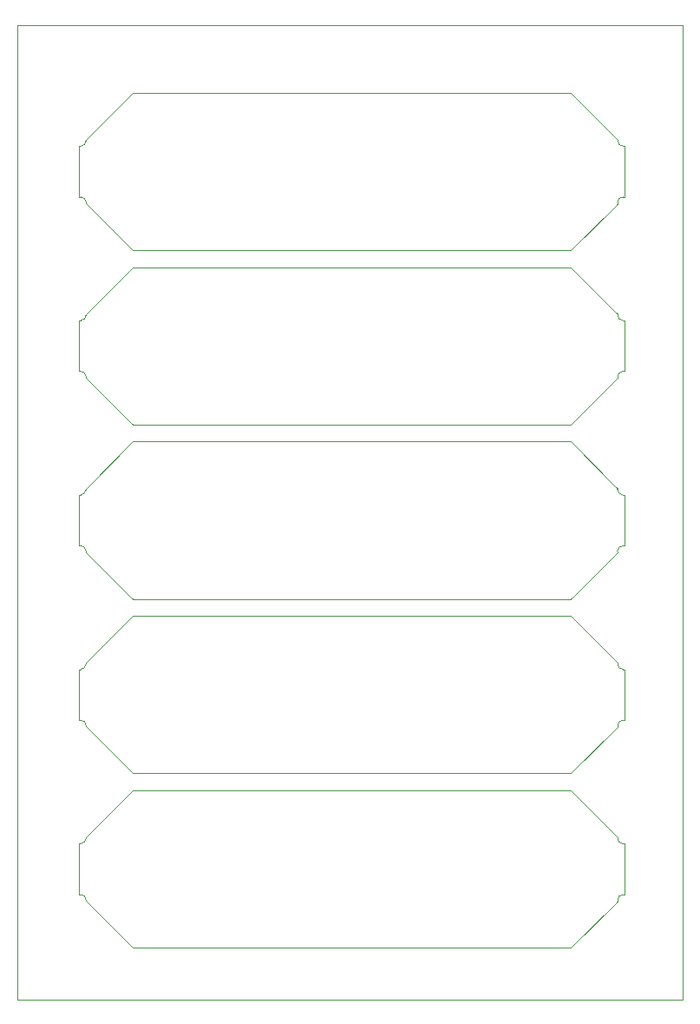
<source format=gko>
G04*
G04 #@! TF.GenerationSoftware,Altium Limited,Altium Designer,25.5.2 (35)*
G04*
G04 Layer_Color=16711935*
%FSLAX44Y44*%
%MOMM*%
G71*
G04*
G04 #@! TF.SameCoordinates,67B56F09-9997-41D6-AB2B-D5ECDE41145E*
G04*
G04*
G04 #@! TF.FilePolarity,Positive*
G04*
G01*
G75*
%ADD36C,0.0500*%
%ADD58C,0.0500*%
D36*
X400000Y550000D02*
Y1500000D01*
X1050000D01*
Y550000D02*
Y1500000D01*
X400000Y550000D02*
X1050000D01*
X986268Y646096D02*
G03*
X986271Y646099I-174J180D01*
G01*
X993504Y701753D02*
X993504Y701754D01*
X986271Y707088D02*
G03*
X991605Y701754I5334J0D01*
G01*
Y652254D02*
G03*
X986271Y646920I0J-5334D01*
G01*
X467486Y646920D02*
G03*
X462152Y652254I-5334J0D01*
G01*
Y701754D02*
G03*
X467486Y707088I0J5334D01*
G01*
X940747Y753683D02*
G03*
X940572Y753754I-175J-179D01*
G01*
X940751Y753679D02*
G03*
X940747Y753683I-179J-175D01*
G01*
X940749Y753681D02*
G03*
X940572Y753754I-177J-177D01*
G01*
X940747Y600325D02*
G03*
X940751Y600329I-175J179D01*
G01*
X940572Y600254D02*
G03*
X940747Y600325I0J250D01*
G01*
X940572Y600254D02*
G03*
X940749Y600327I0J250D01*
G01*
X513259Y600327D02*
G03*
X513435Y600254I177J177D01*
G01*
X513260Y600325D02*
G03*
X513435Y600254I175J179D01*
G01*
X513257Y600329D02*
G03*
X513260Y600325I179J175D01*
G01*
X513257Y753679D02*
X513332Y753754D01*
X513435D01*
X986271Y707909D02*
Y708159D01*
X984840Y709590D02*
X986271Y708159D01*
Y645849D02*
Y646099D01*
X985090Y644668D02*
X986271Y645849D01*
X986268Y646096D02*
X986271Y646099D01*
X993504Y667004D02*
Y687004D01*
Y701754D01*
X991605Y701754D02*
X993504D01*
X986271Y707088D02*
Y707909D01*
Y646099D02*
Y646920D01*
X991605Y652254D02*
X993504D01*
X993504Y652255D02*
Y667004D01*
X460254Y652255D02*
Y667004D01*
X460254Y652254D02*
X462152D01*
X467486Y646100D02*
Y646920D01*
Y707088D02*
Y707909D01*
X460254Y701754D02*
X462152D01*
X460254Y687004D02*
Y701754D01*
X940747Y753683D02*
X940749Y753681D01*
X940751Y753679D01*
X984840Y709590D01*
X940751Y600329D02*
X985090Y644668D01*
X940749Y600327D02*
X940751Y600329D01*
X940747Y600325D02*
X940749Y600327D01*
X513435Y753754D02*
X940572Y753754D01*
X467486Y707909D02*
X513257Y753679D01*
X460254Y667004D02*
Y687004D01*
X513435Y600254D02*
X940572Y600254D01*
X467489Y646097D02*
X513257Y600329D01*
X513259Y600327D01*
X513260Y600325D01*
X986268Y816096D02*
G03*
X986271Y816099I-174J180D01*
G01*
X993504Y871753D02*
X993504Y871754D01*
X986271Y877088D02*
G03*
X991605Y871754I5334J0D01*
G01*
Y822254D02*
G03*
X986271Y816920I0J-5334D01*
G01*
X467486Y816920D02*
G03*
X462152Y822254I-5334J0D01*
G01*
Y871754D02*
G03*
X467486Y877088I0J5334D01*
G01*
X940747Y923683D02*
G03*
X940572Y923754I-175J-179D01*
G01*
X940751Y923679D02*
G03*
X940747Y923683I-179J-175D01*
G01*
X940749Y923681D02*
G03*
X940572Y923754I-177J-177D01*
G01*
X940747Y770325D02*
G03*
X940751Y770329I-175J179D01*
G01*
X940572Y770254D02*
G03*
X940747Y770325I0J250D01*
G01*
X940572Y770254D02*
G03*
X940749Y770327I0J250D01*
G01*
X513259Y770327D02*
G03*
X513435Y770254I177J177D01*
G01*
X513260Y770325D02*
G03*
X513435Y770254I175J179D01*
G01*
X513257Y770329D02*
G03*
X513260Y770325I179J175D01*
G01*
X513257Y923679D02*
X513332Y923754D01*
X513435D01*
X986271Y877909D02*
Y878159D01*
X984840Y879590D02*
X986271Y878159D01*
Y815849D02*
Y816099D01*
X985090Y814668D02*
X986271Y815849D01*
X986268Y816096D02*
X986271Y816099D01*
X993504Y837004D02*
Y857004D01*
Y871754D01*
X991605Y871754D02*
X993504D01*
X986271Y877088D02*
Y877909D01*
Y816099D02*
Y816920D01*
X991605Y822254D02*
X993504D01*
X993504Y822255D02*
Y837004D01*
X460254Y822255D02*
Y837004D01*
X460254Y822254D02*
X462152D01*
X467486Y816100D02*
Y816920D01*
Y877088D02*
Y877909D01*
X460254Y871754D02*
X462152D01*
X460254Y857004D02*
Y871754D01*
X940747Y923683D02*
X940749Y923681D01*
X940751Y923679D01*
X984840Y879590D01*
X940751Y770329D02*
X985090Y814668D01*
X940749Y770327D02*
X940751Y770329D01*
X940747Y770325D02*
X940749Y770327D01*
X513435Y923754D02*
X940572Y923754D01*
X467486Y877909D02*
X513257Y923679D01*
X460254Y837004D02*
Y857004D01*
X513435Y770254D02*
X940572Y770254D01*
X467489Y816097D02*
X513257Y770329D01*
X513259Y770327D01*
X513260Y770325D01*
X986268Y986096D02*
G03*
X986271Y986099I-174J180D01*
G01*
X993504Y1041753D02*
X993504Y1041754D01*
X986271Y1047088D02*
G03*
X991605Y1041754I5334J0D01*
G01*
Y992254D02*
G03*
X986271Y986920I0J-5334D01*
G01*
X467486Y986920D02*
G03*
X462152Y992254I-5334J0D01*
G01*
Y1041754D02*
G03*
X467486Y1047088I0J5334D01*
G01*
X940747Y1093683D02*
G03*
X940572Y1093754I-175J-179D01*
G01*
X940751Y1093679D02*
G03*
X940747Y1093683I-179J-175D01*
G01*
X940749Y1093681D02*
G03*
X940572Y1093754I-177J-177D01*
G01*
X940747Y940325D02*
G03*
X940751Y940329I-175J179D01*
G01*
X940572Y940254D02*
G03*
X940747Y940325I0J250D01*
G01*
X940572Y940254D02*
G03*
X940749Y940327I0J250D01*
G01*
X513259Y940327D02*
G03*
X513435Y940254I177J177D01*
G01*
X513260Y940325D02*
G03*
X513435Y940254I175J179D01*
G01*
X513257Y940329D02*
G03*
X513260Y940325I179J175D01*
G01*
X513257Y1093679D02*
X513332Y1093754D01*
X513435D01*
X986271Y1047909D02*
Y1048159D01*
X984840Y1049590D02*
X986271Y1048159D01*
Y985849D02*
Y986099D01*
X985090Y984668D02*
X986271Y985849D01*
X986268Y986096D02*
X986271Y986099D01*
X993504Y1007004D02*
Y1027004D01*
Y1041754D01*
X991605Y1041754D02*
X993504D01*
X986271Y1047088D02*
Y1047909D01*
Y986099D02*
Y986920D01*
X991605Y992254D02*
X993504D01*
X993504Y992255D02*
Y1007004D01*
X460254Y992255D02*
Y1007004D01*
X460254Y992254D02*
X462152D01*
X467486Y986100D02*
Y986920D01*
Y1047088D02*
Y1047909D01*
X460254Y1041754D02*
X462152D01*
X460254Y1027004D02*
Y1041754D01*
X940747Y1093683D02*
X940749Y1093681D01*
X940751Y1093679D01*
X984840Y1049590D01*
X940751Y940329D02*
X985090Y984668D01*
X940749Y940327D02*
X940751Y940329D01*
X940747Y940325D02*
X940749Y940327D01*
X513435Y1093754D02*
X940572Y1093754D01*
X467486Y1047909D02*
X513257Y1093679D01*
X460254Y1007004D02*
Y1027004D01*
X513435Y940254D02*
X940572Y940254D01*
X467489Y986097D02*
X513257Y940329D01*
X513259Y940327D01*
X513260Y940325D01*
X986268Y1156096D02*
G03*
X986271Y1156099I-174J180D01*
G01*
X993504Y1211753D02*
X993504Y1211754D01*
X986271Y1217088D02*
G03*
X991605Y1211754I5334J0D01*
G01*
Y1162254D02*
G03*
X986271Y1156920I0J-5334D01*
G01*
X467486Y1156920D02*
G03*
X462152Y1162254I-5334J0D01*
G01*
Y1211754D02*
G03*
X467486Y1217088I0J5334D01*
G01*
X940747Y1263683D02*
G03*
X940572Y1263754I-175J-179D01*
G01*
X940751Y1263679D02*
G03*
X940747Y1263683I-179J-175D01*
G01*
X940749Y1263681D02*
G03*
X940572Y1263754I-177J-177D01*
G01*
X940747Y1110325D02*
G03*
X940751Y1110329I-175J179D01*
G01*
X940572Y1110254D02*
G03*
X940747Y1110325I0J250D01*
G01*
X940572Y1110254D02*
G03*
X940749Y1110327I0J250D01*
G01*
X513259Y1110327D02*
G03*
X513435Y1110254I177J177D01*
G01*
X513260Y1110325D02*
G03*
X513435Y1110254I175J179D01*
G01*
X513257Y1110329D02*
G03*
X513260Y1110325I179J175D01*
G01*
X513257Y1263679D02*
X513332Y1263754D01*
X513435D01*
X986271Y1217909D02*
Y1218159D01*
X984840Y1219590D02*
X986271Y1218159D01*
Y1155849D02*
Y1156099D01*
X985090Y1154668D02*
X986271Y1155849D01*
X986268Y1156096D02*
X986271Y1156099D01*
X993504Y1177004D02*
Y1197004D01*
Y1211754D01*
X991605Y1211754D02*
X993504D01*
X986271Y1217088D02*
Y1217909D01*
Y1156099D02*
Y1156920D01*
X991605Y1162254D02*
X993504D01*
X993504Y1162255D02*
Y1177004D01*
X460254Y1162255D02*
Y1177004D01*
X460254Y1162254D02*
X462152D01*
X467486Y1156099D02*
Y1156920D01*
Y1217088D02*
Y1217909D01*
X460254Y1211754D02*
X462152D01*
X460254Y1197004D02*
Y1211754D01*
X940747Y1263683D02*
X940749Y1263681D01*
X940751Y1263679D01*
X984840Y1219590D01*
X940751Y1110329D02*
X985090Y1154668D01*
X940749Y1110327D02*
X940751Y1110329D01*
X940747Y1110325D02*
X940749Y1110327D01*
X513435Y1263754D02*
X940572Y1263754D01*
X467486Y1217909D02*
X513257Y1263679D01*
X460254Y1177004D02*
Y1197004D01*
X513435Y1110254D02*
X940572Y1110254D01*
X467489Y1156096D02*
X513257Y1110329D01*
X513259Y1110327D01*
X513260Y1110325D01*
X986268Y1326096D02*
G03*
X986271Y1326099I-174J180D01*
G01*
X986271Y1387088D02*
G03*
X991605Y1381754I5334J0D01*
G01*
Y1332254D02*
G03*
X986271Y1326920I0J-5334D01*
G01*
X467486Y1326920D02*
G03*
X462152Y1332254I-5334J0D01*
G01*
Y1381754D02*
G03*
X467486Y1387088I0J5334D01*
G01*
X940747Y1433683D02*
G03*
X940572Y1433754I-175J-179D01*
G01*
X940751Y1433679D02*
G03*
X940747Y1433683I-179J-175D01*
G01*
X940749Y1433681D02*
G03*
X940572Y1433754I-177J-177D01*
G01*
X940747Y1280325D02*
G03*
X940751Y1280329I-175J179D01*
G01*
X940572Y1280254D02*
G03*
X940747Y1280325I0J250D01*
G01*
X940572Y1280254D02*
G03*
X940749Y1280327I0J250D01*
G01*
X513259Y1280327D02*
G03*
X513435Y1280254I177J177D01*
G01*
X513260Y1280325D02*
G03*
X513435Y1280254I175J179D01*
G01*
X513257Y1280329D02*
G03*
X513260Y1280325I179J175D01*
G01*
X513257Y1433679D02*
X513332Y1433754D01*
X513435D01*
X986271Y1387909D02*
Y1388159D01*
X984840Y1389590D02*
X986271Y1388159D01*
Y1325849D02*
Y1326099D01*
X985090Y1324668D02*
X986271Y1325849D01*
X986268Y1326096D02*
X986271Y1326099D01*
X993504Y1347004D02*
Y1367004D01*
Y1381754D01*
X991605Y1381754D02*
X993504D01*
X986271Y1387088D02*
Y1387909D01*
Y1326099D02*
Y1326920D01*
X991605Y1332254D02*
X993504D01*
X993504Y1332255D02*
Y1347004D01*
X460254Y1332255D02*
Y1347004D01*
X460254Y1332254D02*
X462152D01*
X467486Y1326100D02*
Y1326920D01*
Y1387088D02*
Y1387909D01*
X460254Y1381754D02*
X462152D01*
X460254Y1367004D02*
Y1381754D01*
X940747Y1433683D02*
X940749Y1433681D01*
X940751Y1433679D01*
X984840Y1389590D01*
X940751Y1280329D02*
X985090Y1324668D01*
X940749Y1280327D02*
X940751Y1280329D01*
X940747Y1280325D02*
X940749Y1280327D01*
X513435Y1433754D02*
X940572Y1433754D01*
X467486Y1387909D02*
X513257Y1433679D01*
X460254Y1347004D02*
Y1367004D01*
X513435Y1280254D02*
X940572Y1280254D01*
X467489Y1326096D02*
X513257Y1280329D01*
X513259Y1280327D01*
X513260Y1280325D01*
D58*
X986271Y707909D02*
D03*
Y877909D02*
D03*
Y1047909D02*
D03*
Y1217909D02*
D03*
Y1387909D02*
D03*
X993504Y1381754D02*
D03*
M02*

</source>
